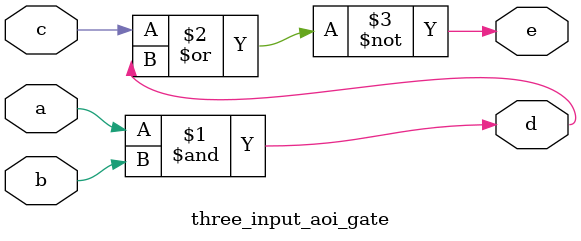
<source format=v>
`timescale 1ns / 1ps


module three_input_aoi_gate(
    input a,
    input b,
    input c,
    output d,
    output e
    );
    
    assign d = a & b;
    assign e = ~(c | d);
endmodule

</source>
